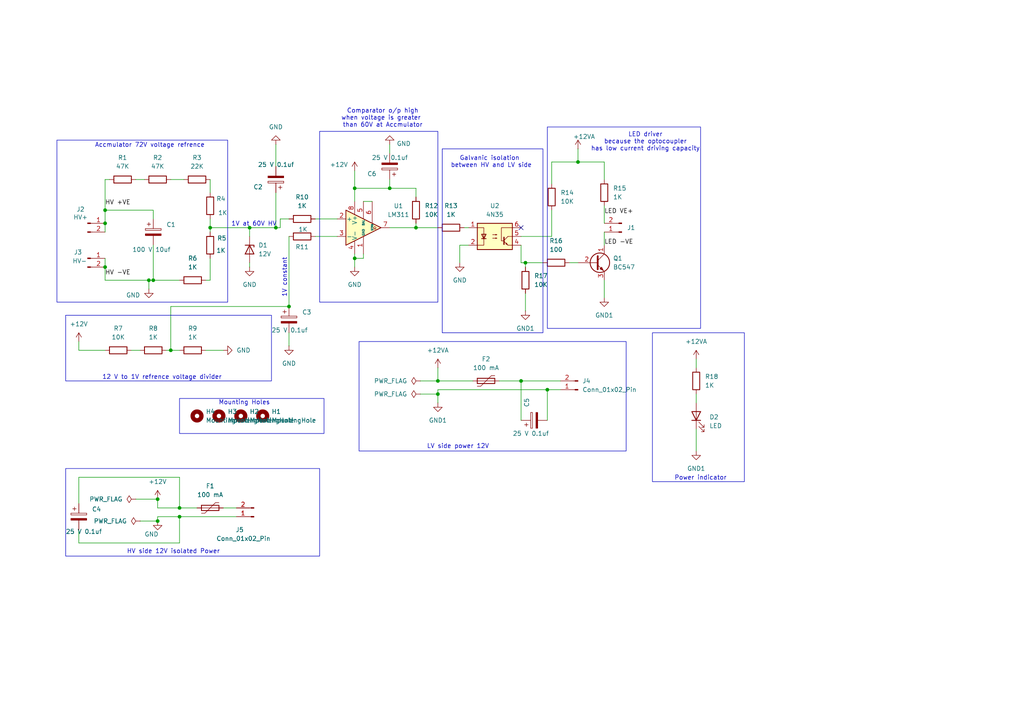
<source format=kicad_sch>
(kicad_sch (version 20231120) (generator "eeschema") (generator_version "8.0")
  (paper "A4")
  (lib_symbols
    (symbol "Comparator:LM311" (pin_names (offset 0.127))
      (property "Reference" "U" (at 3.81 6.35 0))
      (property "Value" "LM311" (at 3.81 3.81 0))
      (symbol "LM311_0_1"
        (polyline (pts (xy 5.08 0) (xy -5.08 5.08) (xy -5.08 -5.08) (xy 5.08 0)) (stroke (width 0.254)) (fill (type background)))
        (polyline (pts (xy 3.683 -0.381) (xy 3.302 -0.381) (xy 3.683 0) (xy 3.302 0.381) (xy 2.921 0) (xy 3.302 -0.381) (xy 2.921 -0.381)) (stroke (width 0.127)))
      )
      (symbol "LM311_1_1"
        (pin passive line (at 0 -7.62 90) (length 5.08) (name "GND") (number "1"))
        (pin input line (at -7.62 2.54 0) (length 2.54) (name "+") (number "2"))
        (pin input line (at -7.62 -2.54 0) (length 2.54) (name "-") (number "3"))
        (pin power_in line (at -2.54 -7.62 90) (length 3.81) (name "V-") (number "4"))
        (pin input line (at 0 7.62 270) (length 5.08) (name "BAL") (number "5"))
        (pin input line (at 2.54 7.62 270) (length 6.35) (name "STRB") (number "6"))
        (pin open_collector line (at 7.62 0 180) (length 2.54) (name "~") (number "7"))
        (pin power_in line (at -2.54 7.62 270) (length 3.81) (name "V+") (number "8"))
      )
    )
    (symbol "Connector:Conn_01x02_Pin" (pin_names (offset 1.016) hide)
      (property "Reference" "J" (at 0 2.54 0))
      (property "Value" "Conn_01x02_Pin" (at 0 -5.08 0))
      (symbol "Conn_01x02_Pin_1_1"
        (polyline (pts (xy 1.27 -2.54) (xy 0.8636 -2.54)) (stroke (width 0.1524)))
        (polyline (pts (xy 1.27 0) (xy 0.8636 0)) (stroke (width 0.1524)))
        (rectangle (start 0.8636 -2.413) (end 0 -2.667) (stroke (width 0.1524)) (fill (type outline)))
        (rectangle (start 0.8636 0.127) (end 0 -0.127) (stroke (width 0.1524)) (fill (type outline)))
        (pin passive line (at 5.08 0 180) (length 3.81) (name "Pin_1") (number "1"))
        (pin passive line (at 5.08 -2.54 180) (length 3.81) (name "Pin_2") (number "2"))
      )
    )
    (symbol "Device:C_Polarized" (pin_numbers hide) (pin_names (offset 0.254))
      (property "Reference" "C" (at 0.635 2.54 0))
      (property "Value" "C_Polarized" (at 0.635 -2.54 0))
      (symbol "C_Polarized_0_1"
        (rectangle (start -2.286 0.508) (end 2.286 1.016))
        (polyline (pts (xy -1.778 2.286) (xy -0.762 2.286)))
        (polyline (pts (xy -1.27 2.794) (xy -1.27 1.778)))
        (rectangle (start 2.286 -0.508) (end -2.286 -1.016) (fill (type outline)))
      )
      (symbol "C_Polarized_1_1"
        (pin passive line (at 0 3.81 270) (length 2.794) (name "~") (number "1"))
        (pin passive line (at 0 -3.81 90) (length 2.794) (name "~") (number "2"))
      )
    )
    (symbol "Device:D_Zener" (pin_numbers hide) (pin_names (offset 1.016) hide)
      (property "Reference" "D" (at 0 2.54 0))
      (property "Value" "D_Zener" (at 0 -2.54 0))
      (symbol "D_Zener_0_1"
        (polyline (pts (xy 1.27 0) (xy -1.27 0)))
        (polyline (pts (xy -1.27 -1.27) (xy -1.27 1.27) (xy -0.762 1.27)) (stroke (width 0.254)))
        (polyline (pts (xy 1.27 -1.27) (xy 1.27 1.27) (xy -1.27 0) (xy 1.27 -1.27)) (stroke (width 0.254)))
      )
      (symbol "D_Zener_1_1"
        (pin passive line (at -3.81 0 0) (length 2.54) (name "K") (number "1"))
        (pin passive line (at 3.81 0 180) (length 2.54) (name "A") (number "2"))
      )
    )
    (symbol "Device:LED" (pin_numbers hide) (pin_names (offset 1.016) hide)
      (property "Reference" "D" (at 0 2.54 0))
      (property "Value" "LED" (at 0 -2.54 0))
      (symbol "LED_0_1"
        (polyline (pts (xy -1.27 -1.27) (xy -1.27 1.27)) (stroke (width 0.254)))
        (polyline (pts (xy -1.27 0) (xy 1.27 0)))
        (polyline (pts (xy 1.27 -1.27) (xy 1.27 1.27) (xy -1.27 0) (xy 1.27 -1.27)) (stroke (width 0.254)))
        (polyline (pts (xy -3.048 -0.762) (xy -4.572 -2.286) (xy -3.81 -2.286) (xy -4.572 -2.286) (xy -4.572 -1.524)))
        (polyline (pts (xy -1.778 -0.762) (xy -3.302 -2.286) (xy -2.54 -2.286) (xy -3.302 -2.286) (xy -3.302 -1.524)))
      )
      (symbol "LED_1_1"
        (pin passive line (at -3.81 0 0) (length 2.54) (name "K") (number "1"))
        (pin passive line (at 3.81 0 180) (length 2.54) (name "A") (number "2"))
      )
    )
    (symbol "Device:Polyfuse" (pin_numbers hide) (pin_names (offset 0))
      (property "Reference" "F" (at -2.54 0 90))
      (property "Value" "Polyfuse" (at 2.54 0 90))
      (symbol "Polyfuse_0_1"
        (rectangle (start -0.762 2.54) (end 0.762 -2.54) (stroke (width 0.254)))
        (polyline (pts (xy 0 2.54) (xy 0 -2.54)))
        (polyline (pts (xy -1.524 2.54) (xy -1.524 1.524) (xy 1.524 -1.524) (xy 1.524 -2.54)))
      )
      (symbol "Polyfuse_1_1"
        (pin passive line (at 0 3.81 270) (length 1.27) (name "~") (number "1"))
        (pin passive line (at 0 -3.81 90) (length 1.27) (name "~") (number "2"))
      )
    )
    (symbol "Device:R" (pin_numbers hide) (pin_names (offset 0))
      (property "Reference" "R" (at 2.032 0 90))
      (property "Value" "R" (at 0 0 90))
      (symbol "R_0_1"
        (rectangle (start -1.016 -2.54) (end 1.016 2.54) (stroke (width 0.254)))
      )
      (symbol "R_1_1"
        (pin passive line (at 0 3.81 270) (length 1.27) (name "~") (number "1"))
        (pin passive line (at 0 -3.81 90) (length 1.27) (name "~") (number "2"))
      )
    )
    (symbol "Isolator:4N35" (pin_names (offset 1.016))
      (property "Reference" "U" (at -5.08 5.08 0))
      (property "Value" "4N35" (at 0 5.08 0))
      (symbol "4N35_0_1"
        (rectangle (start -5.08 3.81) (end 5.08 -3.81) (stroke (width 0.254)) (fill (type background)))
        (polyline (pts (xy -3.81 -0.635) (xy -2.54 -0.635)) (stroke (width 0.254)))
        (polyline (pts (xy 2.667 -1.397) (xy 3.81 -2.54)))
        (polyline (pts (xy 2.667 -1.143) (xy 3.81 0)))
        (polyline (pts (xy 3.81 -2.54) (xy 5.08 -2.54)))
        (polyline (pts (xy 3.81 0) (xy 5.08 0)))
        (polyline (pts (xy 2.667 -0.254) (xy 2.667 -2.286) (xy 2.667 -2.286)) (stroke (width 0.3556)))
        (polyline (pts (xy -5.08 -2.54) (xy -3.175 -2.54) (xy -3.175 2.54) (xy -5.08 2.54)))
        (polyline (pts (xy -3.175 -0.635) (xy -3.81 0.635) (xy -2.54 0.635) (xy -3.175 -0.635)) (stroke (width 0.254)))
        (polyline (pts (xy 3.683 -2.413) (xy 3.429 -1.905) (xy 3.175 -2.159) (xy 3.683 -2.413)))
        (polyline (pts (xy 5.08 2.54) (xy 1.905 2.54) (xy 1.905 -1.27) (xy 2.54 -1.27)))
        (polyline (pts (xy -0.635 -0.508) (xy 0.635 -0.508) (xy 0.254 -0.635) (xy 0.254 -0.381) (xy 0.635 -0.508)))
        (polyline (pts (xy -0.635 0.508) (xy 0.635 0.508) (xy 0.254 0.381) (xy 0.254 0.635) (xy 0.635 0.508)))
      )
      (symbol "4N35_1_1"
        (pin passive line (at -7.62 2.54 0) (length 2.54) (name "~") (number "1"))
        (pin passive line (at -7.62 -2.54 0) (length 2.54) (name "~") (number "2"))
        (pin no_connect line (at -5.08 0 0) (length 2.54) hide (name "NC") (number "3"))
        (pin passive line (at 7.62 -2.54 180) (length 2.54) (name "~") (number "4"))
        (pin passive line (at 7.62 0 180) (length 2.54) (name "~") (number "5"))
        (pin passive line (at 7.62 2.54 180) (length 2.54) (name "~") (number "6"))
      )
    )
    (symbol "Mechanical:MountingHole" (pin_names (offset 1.016)) (exclude_from_sim yes) (in_bom no)
      (property "Reference" "H" (at 0 5.08 0))
      (property "Value" "MountingHole" (at 0 3.175 0))
      (symbol "MountingHole_0_1"
        (circle (center 0 0) (radius 1.27) (stroke (width 1.27)))
      )
    )
    (symbol "Transistor_BJT:BC547" (pin_names (offset 0) hide)
      (property "Reference" "Q" (at 5.08 1.905 0))
      (property "Value" "BC547" (at 5.08 0 0))
      (symbol "BC547_0_1"
        (polyline (pts (xy 0 0) (xy 0.635 0)))
        (polyline (pts (xy 0.635 0.635) (xy 2.54 2.54)))
        (polyline (pts (xy 0.635 -0.635) (xy 2.54 -2.54) (xy 2.54 -2.54)))
        (polyline (pts (xy 0.635 1.905) (xy 0.635 -1.905) (xy 0.635 -1.905)) (stroke (width 0.508)))
        (polyline (pts (xy 1.27 -1.778) (xy 1.778 -1.27) (xy 2.286 -2.286) (xy 1.27 -1.778) (xy 1.27 -1.778)) (fill (type outline)))
        (circle (center 1.27 0) (radius 2.8194) (stroke (width 0.254)))
      )
      (symbol "BC547_1_1"
        (pin passive line (at 2.54 5.08 270) (length 2.54) (name "C") (number "1"))
        (pin input line (at -5.08 0 0) (length 5.08) (name "B") (number "2"))
        (pin passive line (at 2.54 -5.08 90) (length 2.54) (name "E") (number "3"))
      )
    )
    (symbol "power:+12V" (power) (pin_numbers hide) (pin_names (offset 0) hide)
      (property "Value" "+12V" (at 0 3.556 0))
      (symbol "+12V_0_1"
        (polyline (pts (xy -0.762 1.27) (xy 0 2.54)))
        (polyline (pts (xy 0 0) (xy 0 2.54)))
        (polyline (pts (xy 0 2.54) (xy 0.762 1.27)))
      )
      (symbol "+12V_1_1"
        (pin power_in line (at 0 0 90) (length 0) (name "~") (number "1"))
      )
    )
    (symbol "power:+12VA" (power) (pin_numbers hide) (pin_names (offset 0) hide)
      (property "Value" "+12VA" (at 0 3.556 0))
      (symbol "+12VA_0_1"
        (polyline (pts (xy -0.762 1.27) (xy 0 2.54)))
        (polyline (pts (xy 0 0) (xy 0 2.54)))
        (polyline (pts (xy 0 2.54) (xy 0.762 1.27)))
      )
      (symbol "+12VA_1_1"
        (pin power_in line (at 0 0 90) (length 0) (name "~") (number "1"))
      )
    )
    (symbol "power:GND" (power) (pin_numbers hide) (pin_names (offset 0) hide)
      (property "Value" "GND" (at 0 -3.81 0))
      (symbol "GND_0_1"
        (polyline (pts (xy 0 0) (xy 0 -1.27) (xy 1.27 -1.27) (xy 0 -2.54) (xy -1.27 -1.27) (xy 0 -1.27)))
      )
      (symbol "GND_1_1"
        (pin power_in line (at 0 0 270) (length 0) (name "~") (number "1"))
      )
    )
    (symbol "power:GND1" (power) (pin_numbers hide) (pin_names (offset 0) hide)
      (property "Value" "GND1" (at 0 -3.81 0))
      (symbol "GND1_0_1"
        (polyline (pts (xy 0 0) (xy 0 -1.27) (xy 1.27 -1.27) (xy 0 -2.54) (xy -1.27 -1.27) (xy 0 -1.27)))
      )
      (symbol "GND1_1_1"
        (pin power_in line (at 0 0 270) (length 0) (name "~") (number "1"))
      )
    )
    (symbol "power:PWR_FLAG" (power) (pin_numbers hide) (pin_names (offset 0) hide)
      (property "Value" "PWR_FLAG" (at 0 3.81 0))
      (symbol "PWR_FLAG_0_0"
        (pin power_out line (at 0 0 90) (length 0) (name "~") (number "1"))
      )
      (symbol "PWR_FLAG_0_1"
        (polyline (pts (xy 0 0) (xy 0 1.27) (xy -1.016 1.905) (xy 0 2.54) (xy 1.016 1.905) (xy 0 1.27)))
      )
    )
  )
  (junction (at 152.4 76.2))
  (junction (at 83.82 88.9))
  (junction (at 60.96 66.04))
  (junction (at 45.72 144.78))
  (junction (at 80.01 66.04))
  (junction (at 52.07 149.86))
  (junction (at 43.18 81.28))
  (junction (at 167.64 46.99))
  (junction (at 102.87 54.61))
  (junction (at 127 114.3))
  (junction (at 44.45 81.28))
  (junction (at 120.65 66.04))
  (junction (at 45.72 151.13))
  (junction (at 158.75 113.03))
  (junction (at 127 110.49))
  (junction (at 151.13 110.49))
  (junction (at 30.48 60.96))
  (junction (at 113.03 54.61))
  (junction (at 72.39 66.04))
  (junction (at 49.53 101.6))
  (junction (at 30.48 77.47))
  (junction (at 52.07 147.32))
  (junction (at 30.48 64.77))
  (junction (at 102.87 74.93))
  (no_connect (at 151.13 66.04))
  (wire (pts (xy 120.65 54.61) (xy 113.03 54.61)))
  (wire (pts (xy 43.18 81.28) (xy 43.18 83.82)))
  (wire (pts (xy 39.37 144.78) (xy 45.72 144.78)))
  (wire (pts (xy 91.44 63.5) (xy 97.79 63.5)))
  (wire (pts (xy 105.41 58.42) (xy 107.95 58.42)))
  (wire (pts (xy 158.75 113.03) (xy 158.75 121.92)))
  (wire (pts (xy 102.87 74.93) (xy 102.87 77.47)))
  (wire (pts (xy 167.64 43.18) (xy 167.64 46.99)))
  (wire (pts (xy 127 106.68) (xy 127 110.49)))
  (wire (pts (xy 105.41 73.66) (xy 105.41 74.93)))
  (wire (pts (xy 120.65 66.04) (xy 120.65 64.77)))
  (wire (pts (xy 152.4 76.2) (xy 157.48 76.2)))
  (wire (pts (xy 105.41 74.93) (xy 102.87 74.93)))
  (wire (pts (xy 121.92 114.3) (xy 127 114.3)))
  (wire (pts (xy 49.53 88.9) (xy 83.82 88.9)))
  (wire (pts (xy 175.26 46.99) (xy 175.26 52.07)))
  (wire (pts (xy 45.72 151.13) (xy 45.72 149.86)))
  (wire (pts (xy 152.4 85.09) (xy 152.4 90.17)))
  (wire (pts (xy 151.13 110.49) (xy 162.56 110.49)))
  (wire (pts (xy 60.96 52.07) (xy 60.96 55.88)))
  (wire (pts (xy 80.01 66.04) (xy 72.39 66.04)))
  (wire (pts (xy 49.53 101.6) (xy 52.07 101.6)))
  (wire (pts (xy 40.64 151.13) (xy 45.72 151.13)))
  (wire (pts (xy 44.45 71.12) (xy 44.45 81.28)))
  (wire (pts (xy 165.1 76.2) (xy 167.64 76.2)))
  (wire (pts (xy 43.18 81.28) (xy 30.48 81.28)))
  (wire (pts (xy 127 110.49) (xy 137.16 110.49)))
  (wire (pts (xy 113.03 52.07) (xy 113.03 54.61)))
  (wire (pts (xy 52.07 147.32) (xy 57.15 147.32)))
  (wire (pts (xy 49.53 101.6) (xy 49.53 88.9)))
  (wire (pts (xy 175.26 59.69) (xy 175.26 64.77)))
  (wire (pts (xy 45.72 149.86) (xy 52.07 149.86)))
  (wire (pts (xy 81.28 66.04) (xy 80.01 66.04)))
  (wire (pts (xy 83.82 96.52) (xy 83.82 100.33)))
  (wire (pts (xy 113.03 54.61) (xy 102.87 54.61)))
  (wire (pts (xy 151.13 71.12) (xy 151.13 76.2)))
  (wire (pts (xy 158.75 113.03) (xy 162.56 113.03)))
  (wire (pts (xy 59.69 101.6) (xy 64.77 101.6)))
  (wire (pts (xy 60.96 66.04) (xy 60.96 67.31)))
  (wire (pts (xy 113.03 41.91) (xy 113.03 44.45)))
  (wire (pts (xy 60.96 74.93) (xy 60.96 81.28)))
  (wire (pts (xy 120.65 57.15) (xy 120.65 54.61)))
  (wire (pts (xy 120.65 66.04) (xy 127 66.04)))
  (wire (pts (xy 49.53 52.07) (xy 53.34 52.07)))
  (wire (pts (xy 201.93 124.46) (xy 201.93 130.81)))
  (wire (pts (xy 60.96 63.5) (xy 60.96 66.04)))
  (wire (pts (xy 38.1 101.6) (xy 40.64 101.6)))
  (wire (pts (xy 30.48 64.77) (xy 30.48 67.31)))
  (wire (pts (xy 52.07 149.86) (xy 68.58 149.86)))
  (wire (pts (xy 134.62 66.04) (xy 135.89 66.04)))
  (wire (pts (xy 83.82 88.9) (xy 83.82 68.58)))
  (wire (pts (xy 160.02 46.99) (xy 167.64 46.99)))
  (wire (pts (xy 72.39 68.58) (xy 72.39 66.04)))
  (wire (pts (xy 30.48 52.07) (xy 30.48 60.96)))
  (wire (pts (xy 160.02 60.96) (xy 160.02 68.58)))
  (wire (pts (xy 45.72 144.78) (xy 45.72 147.32)))
  (wire (pts (xy 30.48 52.07) (xy 31.75 52.07)))
  (wire (pts (xy 152.4 76.2) (xy 152.4 77.47)))
  (wire (pts (xy 64.77 147.32) (xy 68.58 147.32)))
  (wire (pts (xy 22.86 157.48) (xy 52.07 157.48)))
  (wire (pts (xy 60.96 81.28) (xy 59.69 81.28)))
  (wire (pts (xy 80.01 41.91) (xy 80.01 48.26)))
  (wire (pts (xy 144.78 110.49) (xy 151.13 110.49)))
  (wire (pts (xy 22.86 138.43) (xy 52.07 138.43)))
  (wire (pts (xy 133.35 71.12) (xy 135.89 71.12)))
  (wire (pts (xy 30.48 64.77) (xy 30.48 60.96)))
  (wire (pts (xy 45.72 147.32) (xy 52.07 147.32)))
  (wire (pts (xy 102.87 73.66) (xy 102.87 74.93)))
  (wire (pts (xy 127 116.84) (xy 127 114.3)))
  (wire (pts (xy 81.28 63.5) (xy 81.28 66.04)))
  (wire (pts (xy 30.48 81.28) (xy 30.48 77.47)))
  (wire (pts (xy 22.86 157.48) (xy 22.86 153.67)))
  (wire (pts (xy 22.86 101.6) (xy 30.48 101.6)))
  (wire (pts (xy 201.93 104.14) (xy 201.93 106.68)))
  (wire (pts (xy 127 113.03) (xy 158.75 113.03)))
  (wire (pts (xy 121.92 110.49) (xy 127 110.49)))
  (wire (pts (xy 201.93 114.3) (xy 201.93 116.84)))
  (wire (pts (xy 102.87 49.53) (xy 102.87 54.61)))
  (wire (pts (xy 91.44 68.58) (xy 97.79 68.58)))
  (wire (pts (xy 167.64 46.99) (xy 175.26 46.99)))
  (wire (pts (xy 151.13 110.49) (xy 151.13 121.92)))
  (wire (pts (xy 44.45 81.28) (xy 43.18 81.28)))
  (wire (pts (xy 133.35 76.2) (xy 133.35 71.12)))
  (wire (pts (xy 83.82 63.5) (xy 81.28 63.5)))
  (wire (pts (xy 22.86 99.06) (xy 22.86 101.6)))
  (wire (pts (xy 52.07 81.28) (xy 44.45 81.28)))
  (wire (pts (xy 39.37 52.07) (xy 41.91 52.07)))
  (wire (pts (xy 102.87 54.61) (xy 102.87 58.42)))
  (wire (pts (xy 80.01 55.88) (xy 80.01 66.04)))
  (wire (pts (xy 48.26 101.6) (xy 49.53 101.6)))
  (wire (pts (xy 72.39 76.2) (xy 72.39 77.47)))
  (wire (pts (xy 160.02 68.58) (xy 151.13 68.58)))
  (wire (pts (xy 127 113.03) (xy 127 114.3)))
  (wire (pts (xy 22.86 138.43) (xy 22.86 146.05)))
  (wire (pts (xy 160.02 53.34) (xy 160.02 46.99)))
  (wire (pts (xy 175.26 67.31) (xy 175.26 71.12)))
  (wire (pts (xy 52.07 149.86) (xy 52.07 157.48)))
  (wire (pts (xy 30.48 60.96) (xy 44.45 60.96)))
  (wire (pts (xy 151.13 76.2) (xy 152.4 76.2)))
  (wire (pts (xy 113.03 66.04) (xy 120.65 66.04)))
  (wire (pts (xy 30.48 74.93) (xy 30.48 77.47)))
  (wire (pts (xy 44.45 60.96) (xy 44.45 63.5)))
  (wire (pts (xy 175.26 81.28) (xy 175.26 86.36)))
  (wire (pts (xy 72.39 66.04) (xy 60.96 66.04)))
  (wire (pts (xy 52.07 138.43) (xy 52.07 147.32)))
  (rectangle (start 19.05 135.89) (end 92.71 161.29))
  (rectangle (start 104.14 99.06) (end 181.61 130.81))
  (rectangle (start 158.75 36.83) (end 203.2 95.25))
  (rectangle (start 92.71 38.1) (end 127 87.63))
  (rectangle (start 128.27 43.18) (end 157.48 96.52))
  (rectangle (start 16.51 40.64) (end 66.04 87.63))
  (rectangle (start 189.23 96.52) (end 215.9 139.7))
  (rectangle (start 19.05 91.44) (end 78.74 110.49))
  (rectangle (start 52.07 115.57) (end 93.98 125.73))
  (text "12 V to 1V refrence voltage divider" (at 46.99 109.474 0) (effects (font (size 1.27 1.27))))
  (text "1V at 60V HV\n" (at 73.66 65.024 0) (effects (font (size 1.27 1.27))))
  (text "Power indicator\n" (at 203.2 138.684 0) (effects (font (size 1.27 1.27))))
  (text "Galvanic isolation \nbetween HV and LV side" (at 142.494 46.99 0) (effects (font (size 1.27 1.27))))
  (text "Comparator o/p high\nwhen voltage is greater \nthan 60V at Accmulator\n" (at 110.998 34.29 0) (effects (font (size 1.27 1.27))))
  (text "Accmulator 72V voltage refrence \n" (at 43.942 42.164 0) (effects (font (size 1.27 1.27))))
  (text "1V constant" (at 82.55 80.518 90) (effects (font (size 1.27 1.27))))
  (text "LV side power 12V\n\n" (at 132.842 130.556 0) (effects (font (size 1.27 1.27))))
  (text "Mounting Holes" (at 70.866 116.84 0) (effects (font (size 1.27 1.27))))
  (text "HV side 12V isolated Power" (at 50.292 160.02 0) (effects (font (size 1.27 1.27))))
  (text "LED driver\nbecause the optocoupler\nhas low current driving capacity" (at 187.198 41.148 0) (effects (font (size 1.27 1.27))))
  (label "LED VE+" (at 175.26 62.23 0))
  (label "LED -VE" (at 175.26 71.12 0))
  (label "HV -VE" (at 30.48 80.01 0))
  (label "HV +VE" (at 30.48 59.69 0))
  (symbol (lib_id "Device:C_Polarized") (at 83.82 92.71 0) (unit 1)
    (property "Reference" "C3" (at 87.63 90.5509 0) (effects (justify left)))
    (property "Value" "25 V 0.1uf" (at 78.74 95.758 0) (effects (justify left)))
    (property "Footprint" "Capacitor_THT:CP_Radial_D8.0mm_P5.00mm" (effects (hide yes)))
    (property "Description" "Polarized capacitor" (effects (hide yes)))
  )
  (symbol (lib_id "power:GND") (at 133.35 76.2 0) (unit 1)
    (property "Reference" "#PWR07" (effects (hide yes)))
    (property "Value" "GND" (at 133.35 81.28 0))
    (property "Description" "Power symbol creates a global label with name \"GND\" , ground" (effects (hide yes)))
  )
  (symbol (lib_id "Device:R") (at 130.81 66.04 90) (unit 1)
    (property "Reference" "R13" (at 130.81 59.69 90))
    (property "Value" "1K" (at 130.81 62.23 90))
    (property "Footprint" "Resistor_THT:R_Axial_DIN0204_L3.6mm_D1.6mm_P7.62mm_Horizontal" (effects (hide yes)))
    (property "Description" "Resistor" (effects (hide yes)))
  )
  (symbol (lib_id "power:PWR_FLAG") (at 121.92 110.49 90) (unit 1)
    (property "Reference" "#FLG03" (effects (hide yes)))
    (property "Value" "PWR_FLAG" (at 118.11 110.4899 90) (effects (justify left)))
    (property "Description" "Special symbol for telling ERC where power comes from" (effects (hide yes)))
  )
  (symbol (lib_id "Transistor_BJT:BC547") (at 172.72 76.2 0) (unit 1)
    (property "Reference" "Q1" (at 177.8 74.9299 0) (effects (justify left)))
    (property "Value" "BC547" (at 177.8 77.4699 0) (effects (justify left)))
    (property "Footprint" "Package_TO_SOT_THT:TO-92_Inline" (effects (hide yes)))
    (property "Datasheet" "https://www.onsemi.com/pub/Collateral/BC550-D.pdf" (effects (hide yes)))
    (property "Description" "0.1A Ic, 45V Vce, Small Signal NPN Transistor, TO-92" (effects (hide yes)))
  )
  (symbol (lib_id "power:GND") (at 83.82 100.33 0) (unit 1)
    (property "Reference" "#PWR018" (effects (hide yes)))
    (property "Value" "GND" (at 83.82 105.41 0))
    (property "Description" "Power symbol creates a global label with name \"GND\" , ground" (effects (hide yes)))
  )
  (symbol (lib_id "power:GND") (at 64.77 101.6 90) (unit 1)
    (property "Reference" "#PWR03" (effects (hide yes)))
    (property "Value" "GND" (at 68.58 101.5999 90) (effects (justify right)))
    (property "Description" "Power symbol creates a global label with name \"GND\" , ground" (effects (hide yes)))
  )
  (symbol (lib_id "Device:D_Zener") (at 72.39 72.39 270) (unit 1)
    (property "Reference" "D1" (at 74.93 71.1199 90) (effects (justify left)))
    (property "Value" "12V" (at 74.93 73.6599 90) (effects (justify left)))
    (property "Footprint" "Diode_THT:D_A-405_P10.16mm_Horizontal" (effects (hide yes)))
    (property "Description" "Zener diode" (effects (hide yes)))
  )
  (symbol (lib_id "Device:LED") (at 201.93 120.65 90) (unit 1)
    (property "Reference" "D2" (at 205.74 120.9674 90) (effects (justify right)))
    (property "Value" "LED" (at 205.74 123.5074 90) (effects (justify right)))
    (property "Footprint" "LED_THT:LED_D5.0mm" (effects (hide yes)))
    (property "Description" "Light emitting diode" (effects (hide yes)))
  )
  (symbol (lib_id "Device:R") (at 57.15 52.07 90) (unit 1)
    (property "Reference" "R3" (at 57.15 45.72 90))
    (property "Value" "22K" (at 57.15 48.26 90))
    (property "Footprint" "Resistor_THT:R_Axial_DIN0204_L3.6mm_D1.6mm_P7.62mm_Horizontal" (effects (hide yes)))
    (property "Description" "Resistor" (effects (hide yes)))
  )
  (symbol (lib_id "Device:R") (at 161.29 76.2 90) (unit 1)
    (property "Reference" "R16" (at 161.29 69.85 90))
    (property "Value" "100" (at 161.29 72.39 90))
    (property "Footprint" "Resistor_THT:R_Axial_DIN0204_L3.6mm_D1.6mm_P7.62mm_Horizontal" (effects (hide yes)))
    (property "Description" "Resistor" (effects (hide yes)))
  )
  (symbol (lib_id "Device:C_Polarized") (at 154.94 121.92 90) (unit 1)
    (property "Reference" "C5" (at 152.7809 118.11 0) (effects (justify left)))
    (property "Value" "25 V 0.1uf" (at 159.258 125.73 90) (effects (justify left)))
    (property "Footprint" "Capacitor_THT:CP_Radial_D8.0mm_P5.00mm" (effects (hide yes)))
    (property "Description" "Polarized capacitor" (effects (hide yes)))
  )
  (symbol (lib_id "Device:R") (at 35.56 52.07 90) (unit 1)
    (property "Reference" "R1" (at 35.56 45.72 90))
    (property "Value" "47K" (at 35.56 48.26 90))
    (property "Footprint" "Resistor_THT:R_Axial_DIN0204_L3.6mm_D1.6mm_P7.62mm_Horizontal" (effects (hide yes)))
    (property "Description" "Resistor" (effects (hide yes)))
  )
  (symbol (lib_id "Device:R") (at 120.65 60.96 0) (unit 1)
    (property "Reference" "R12" (at 123.19 59.6899 0) (effects (justify left)))
    (property "Value" "10K" (at 123.19 62.2299 0) (effects (justify left)))
    (property "Footprint" "Resistor_THT:R_Axial_DIN0204_L3.6mm_D1.6mm_P7.62mm_Horizontal" (effects (hide yes)))
    (property "Description" "Resistor" (effects (hide yes)))
  )
  (symbol (lib_id "Device:R") (at 87.63 63.5 270) (unit 1)
    (property "Reference" "R10" (at 87.63 57.15 90))
    (property "Value" "1K" (at 87.63 59.69 90))
    (property "Footprint" "Resistor_THT:R_Axial_DIN0204_L3.6mm_D1.6mm_P7.62mm_Horizontal" (effects (hide yes)))
    (property "Description" "Resistor" (effects (hide yes)))
  )
  (symbol (lib_id "power:GND1") (at 127 116.84 0) (unit 1)
    (property "Reference" "#PWR014" (effects (hide yes)))
    (property "Value" "GND1" (at 127 121.92 0))
    (property "Description" "Power symbol creates a global label with name \"GND1\" , ground" (effects (hide yes)))
  )
  (symbol (lib_id "Mechanical:MountingHole") (at 63.5 120.65 0) (unit 1) (exclude_from_sim yes) (in_bom no)
    (property "Reference" "H3" (at 66.04 119.3799 0) (effects (justify left)))
    (property "Value" "MountingHole" (at 66.04 121.9199 0) (effects (justify left)))
    (property "Footprint" "MountingHole:MountingHole_4.3mm_M4" (effects (hide yes)))
    (property "Description" "Mounting Hole without connection" (effects (hide yes)))
  )
  (symbol (lib_id "power:+12V") (at 102.87 49.53 0) (unit 1)
    (property "Reference" "#PWR05" (effects (hide yes)))
    (property "Value" "+12V" (at 98.298 47.752 0))
    (property "Description" "Power symbol creates a global label with name \"+12V\"" (effects (hide yes)))
  )
  (symbol (lib_id "power:GND") (at 102.87 77.47 0) (unit 1)
    (property "Reference" "#PWR06" (effects (hide yes)))
    (property "Value" "GND" (at 102.87 82.55 0))
    (property "Description" "Power symbol creates a global label with name \"GND\" , ground" (effects (hide yes)))
  )
  (symbol (lib_id "Device:R") (at 201.93 110.49 0) (unit 1)
    (property "Reference" "R18" (at 204.47 109.2199 0) (effects (justify left)))
    (property "Value" "1K" (at 204.47 111.7599 0) (effects (justify left)))
    (property "Footprint" "Resistor_THT:R_Axial_DIN0204_L3.6mm_D1.6mm_P7.62mm_Horizontal" (effects (hide yes)))
    (property "Description" "Resistor" (effects (hide yes)))
  )
  (symbol (lib_id "power:GND") (at 113.03 41.91 180) (unit 1)
    (property "Reference" "#PWR019" (effects (hide yes)))
    (property "Value" "GND" (at 117.094 41.656 0))
    (property "Description" "Power symbol creates a global label with name \"GND\" , ground" (effects (hide yes)))
  )
  (symbol (lib_id "Device:R") (at 60.96 59.69 180) (unit 1)
    (property "Reference" "R4" (at 62.738 57.658 0) (effects (justify right)))
    (property "Value" "1K" (at 63.246 61.722 0) (effects (justify right)))
    (property "Footprint" "Resistor_THT:R_Axial_DIN0204_L3.6mm_D1.6mm_P7.62mm_Horizontal" (effects (hide yes)))
    (property "Description" "Resistor" (effects (hide yes)))
  )
  (symbol (lib_id "Device:R") (at 152.4 81.28 0) (unit 1)
    (property "Reference" "R17" (at 154.94 80.0099 0) (effects (justify left)))
    (property "Value" "10K" (at 154.94 82.5499 0) (effects (justify left)))
    (property "Footprint" "Resistor_THT:R_Axial_DIN0204_L3.6mm_D1.6mm_P7.62mm_Horizontal" (effects (hide yes)))
    (property "Description" "Resistor" (effects (hide yes)))
  )
  (symbol (lib_id "Connector:Conn_01x02_Pin") (at 73.66 149.86 180) (unit 1)
    (property "Reference" "J5" (at 68.326 153.67 0) (effects (justify right)))
    (property "Value" "Conn_01x02_Pin" (at 62.738 156.21 0) (effects (justify right)))
    (property "Footprint" "TerminalBlock_Phoenix:TerminalBlock_Phoenix_MKDS-1,5-2-5.08_1x02_P5.08mm_Horizontal" (effects (hide yes)))
    (property "Description" "Generic connector, single row, 01x02, script generated" (effects (hide yes)))
  )
  (symbol (lib_id "power:GND") (at 72.39 77.47 0) (unit 1)
    (property "Reference" "#PWR04" (effects (hide yes)))
    (property "Value" "GND" (at 72.39 82.55 0))
    (property "Description" "Power symbol creates a global label with name \"GND\" , ground" (effects (hide yes)))
  )
  (symbol (lib_id "power:+12VA") (at 201.93 104.14 0) (unit 1)
    (property "Reference" "#PWR015" (effects (hide yes)))
    (property "Value" "+12VA" (at 201.93 99.06 0))
    (property "Description" "Power symbol creates a global label with name \"+12VA\"" (effects (hide yes)))
  )
  (symbol (lib_id "Device:Polyfuse") (at 60.96 147.32 90) (unit 1)
    (property "Reference" "F1" (at 60.96 140.97 90))
    (property "Value" "100 mA" (at 60.96 143.51 90))
    (property "Footprint" "Fuse:Fuse_BelFuse_0ZRE0008FF_L8.3mm_W3.8mm" (effects (hide yes)))
    (property "Description" "Resettable fuse, polymeric positive temperature coefficient" (effects (hide yes)))
  )
  (symbol (lib_id "Connector:Conn_01x02_Pin") (at 180.34 67.31 180) (unit 1)
    (property "Reference" "J1" (at 181.864 66.04 0) (effects (justify right)))
    (property "Value" "Conn_01x02_Pin" (effects (hide yes)))
    (property "Footprint" "TerminalBlock_Phoenix:TerminalBlock_Phoenix_MKDS-1,5-2-5.08_1x02_P5.08mm_Horizontal" (effects (hide yes)))
    (property "Description" "Generic connector, single row, 01x02, script generated" (effects (hide yes)))
  )
  (symbol (lib_id "power:GND") (at 80.01 41.91 180) (unit 1)
    (property "Reference" "#PWR017" (effects (hide yes)))
    (property "Value" "GND" (at 80.01 36.83 0))
    (property "Description" "Power symbol creates a global label with name \"GND\" , ground" (effects (hide yes)))
  )
  (symbol (lib_id "power:PWR_FLAG") (at 39.37 144.78 90) (unit 1)
    (property "Reference" "#FLG01" (effects (hide yes)))
    (property "Value" "PWR_FLAG" (at 35.56 144.7799 90) (effects (justify left)))
    (property "Description" "Special symbol for telling ERC where power comes from" (effects (hide yes)))
  )
  (symbol (lib_id "Mechanical:MountingHole") (at 76.2 120.65 0) (unit 1) (exclude_from_sim yes) (in_bom no)
    (property "Reference" "H1" (at 78.74 119.3799 0) (effects (justify left)))
    (property "Value" "MountingHole" (at 78.74 121.9199 0) (effects (justify left)))
    (property "Footprint" "MountingHole:MountingHole_4.3mm_M4" (effects (hide yes)))
    (property "Description" "Mounting Hole without connection" (effects (hide yes)))
  )
  (symbol (lib_id "Device:R") (at 87.63 68.58 270) (unit 1)
    (property "Reference" "R11" (at 87.63 71.628 90))
    (property "Value" "1K" (at 87.884 66.548 90))
    (property "Footprint" "Resistor_THT:R_Axial_DIN0204_L3.6mm_D1.6mm_P7.62mm_Horizontal" (effects (hide yes)))
    (property "Description" "Resistor" (effects (hide yes)))
  )
  (symbol (lib_id "Device:R") (at 60.96 71.12 180) (unit 1)
    (property "Reference" "R5" (at 62.992 69.088 0) (effects (justify right)))
    (property "Value" "1K" (at 62.738 72.644 0) (effects (justify right)))
    (property "Footprint" "Resistor_THT:R_Axial_DIN0204_L3.6mm_D1.6mm_P7.62mm_Horizontal" (effects (hide yes)))
    (property "Description" "Resistor" (effects (hide yes)))
  )
  (symbol (lib_id "Device:Polyfuse") (at 140.97 110.49 90) (unit 1)
    (property "Reference" "F2" (at 140.97 104.14 90))
    (property "Value" "100 mA" (at 140.97 106.68 90))
    (property "Footprint" "Fuse:Fuse_BelFuse_0ZRE0008FF_L8.3mm_W3.8mm" (effects (hide yes)))
    (property "Description" "Resettable fuse, polymeric positive temperature coefficient" (effects (hide yes)))
  )
  (symbol (lib_id "Device:R") (at 160.02 57.15 0) (unit 1)
    (property "Reference" "R14" (at 162.56 55.8799 0) (effects (justify left)))
    (property "Value" "10K" (at 162.56 58.4199 0) (effects (justify left)))
    (property "Footprint" "Resistor_THT:R_Axial_DIN0204_L3.6mm_D1.6mm_P7.62mm_Horizontal" (effects (hide yes)))
    (property "Description" "Resistor" (effects (hide yes)))
  )
  (symbol (lib_id "power:GND1") (at 152.4 90.17 0) (unit 1)
    (property "Reference" "#PWR08" (effects (hide yes)))
    (property "Value" "GND1" (at 152.4 95.25 0))
    (property "Description" "Power symbol creates a global label with name \"GND1\" , ground" (effects (hide yes)))
  )
  (symbol (lib_id "Device:R") (at 55.88 101.6 270) (unit 1)
    (property "Reference" "R9" (at 55.88 95.25 90))
    (property "Value" "1K" (at 55.88 97.79 90))
    (property "Footprint" "Resistor_THT:R_Axial_DIN0204_L3.6mm_D1.6mm_P7.62mm_Horizontal" (effects (hide yes)))
    (property "Description" "Resistor" (effects (hide yes)))
  )
  (symbol (lib_id "Connector:Conn_01x02_Pin") (at 25.4 74.93 0) (unit 1)
    (property "Reference" "J3" (at 22.606 73.152 0))
    (property "Value" "HV-" (at 23.114 75.692 0))
    (property "Footprint" "TerminalBlock_Phoenix:TerminalBlock_Phoenix_MKDS-1,5-2-5.08_1x02_P5.08mm_Horizontal" (effects (hide yes)))
    (property "Description" "Generic connector, single row, 01x02, script generated" (effects (hide yes)))
  )
  (symbol (lib_id "Device:R") (at 44.45 101.6 270) (unit 1)
    (property "Reference" "R8" (at 44.45 95.25 90))
    (property "Value" "1K" (at 44.45 97.79 90))
    (property "Footprint" "Resistor_THT:R_Axial_DIN0204_L3.6mm_D1.6mm_P7.62mm_Horizontal" (effects (hide yes)))
    (property "Description" "Resistor" (effects (hide yes)))
  )
  (symbol (lib_id "power:+12V") (at 45.72 144.78 0) (unit 1)
    (property "Reference" "#PWR011" (effects (hide yes)))
    (property "Value" "+12V" (at 45.72 139.7 0))
    (property "Description" "Power symbol creates a global label with name \"+12V\"" (effects (hide yes)))
  )
  (symbol (lib_id "Mechanical:MountingHole") (at 69.85 120.65 0) (unit 1) (exclude_from_sim yes) (in_bom no)
    (property "Reference" "H2" (at 72.39 119.3799 0) (effects (justify left)))
    (property "Value" "MountingHole" (at 72.39 121.9199 0) (effects (justify left)))
    (property "Footprint" "MountingHole:MountingHole_4.3mm_M4" (effects (hide yes)))
    (property "Description" "Mounting Hole without connection" (effects (hide yes)))
  )
  (symbol (lib_id "power:GND") (at 45.72 151.13 0) (unit 1)
    (property "Reference" "#PWR012" (effects (hide yes)))
    (property "Value" "GND" (at 43.942 154.94 0))
    (property "Description" "Power symbol creates a global label with name \"GND\" , ground" (effects (hide yes)))
  )
  (symbol (lib_id "Comparator:LM311") (at 105.41 66.04 0) (unit 1)
    (property "Reference" "U1" (at 115.57 59.7214 0))
    (property "Value" "LM311" (at 115.57 62.2614 0))
    (property "Footprint" "Package_DIP:CERDIP-8_W7.62mm_SideBrazed_LongPads" (effects (hide yes)))
    (property "Datasheet" "https://www.st.com/resource/en/datasheet/lm311.pdf" (effects (hide yes)))
    (property "Description" "Voltage Comparator, DIP-8/SOIC-8" (effects (hide yes)))
  )
  (symbol (lib_id "power:+12VA") (at 167.64 43.18 0) (unit 1)
    (property "Reference" "#PWR09" (effects (hide yes)))
    (property "Value" "+12VA" (at 169.418 39.624 0))
    (property "Description" "Power symbol creates a global label with name \"+12VA\"" (effects (hide yes)))
  )
  (symbol (lib_id "Device:R") (at 45.72 52.07 90) (unit 1)
    (property "Reference" "R2" (at 45.72 45.72 90))
    (property "Value" "47K" (at 45.72 48.26 90))
    (property "Footprint" "Resistor_THT:R_Axial_DIN0204_L3.6mm_D1.6mm_P7.62mm_Horizontal" (effects (hide yes)))
    (property "Description" "Resistor" (effects (hide yes)))
  )
  (symbol (lib_id "Connector:Conn_01x02_Pin") (at 25.4 64.77 0) (unit 1)
    (property "Reference" "J2" (at 23.368 60.706 0))
    (property "Value" "HV+" (at 23.368 62.992 0))
    (property "Footprint" "TerminalBlock_Phoenix:TerminalBlock_Phoenix_MKDS-1,5-2-5.08_1x02_P5.08mm_Horizontal" (effects (hide yes)))
    (property "Description" "Generic connector, single row, 01x02, script generated" (effects (hide yes)))
  )
  (symbol (lib_id "Isolator:4N35") (at 143.51 68.58 0) (unit 1)
    (property "Reference" "U2" (at 143.51 59.69 0))
    (property "Value" "4N35" (at 143.51 62.23 0))
    (property "Footprint" "Package_DIP:DIP-6_W7.62mm" (effects (hide yes)))
    (property "Datasheet" "https://www.vishay.com/docs/81181/4n35.pdf" (effects (hide yes)))
    (property "Description" "Optocoupler, Phototransistor Output, with Base Connection, Vce 70V, CTR 100%, Viso 5000V, DIP6" (effects (hide yes)))
  )
  (symbol (lib_id "Connector:Conn_01x02_Pin") (at 167.64 113.03 180) (unit 1)
    (property "Reference" "J4" (at 168.91 110.4899 0) (effects (justify right)))
    (property "Value" "Conn_01x02_Pin" (at 168.91 113.0299 0) (effects (justify right)))
    (property "Footprint" "TerminalBlock_Phoenix:TerminalBlock_Phoenix_MKDS-1,5-2-5.08_1x02_P5.08mm_Horizontal" (effects (hide yes)))
    (property "Description" "Generic connector, single row, 01x02, script generated" (effects (hide yes)))
  )
  (symbol (lib_id "Device:C_Polarized") (at 113.03 48.26 180) (unit 1)
    (property "Reference" "C6" (at 109.22 50.4191 0) (effects (justify left)))
    (property "Value" "25 V 0.1uf" (at 118.364 45.72 0) (effects (justify left)))
    (property "Footprint" "Capacitor_THT:CP_Radial_D8.0mm_P5.00mm" (effects (hide yes)))
    (property "Description" "Polarized capacitor" (effects (hide yes)))
  )
  (symbol (lib_id "Mechanical:MountingHole") (at 57.15 120.65 0) (unit 1) (exclude_from_sim yes) (in_bom no)
    (property "Reference" "H4" (at 59.69 119.3799 0) (effects (justify left)))
    (property "Value" "MountingHole" (at 59.69 121.9199 0) (effects (justify left)))
    (property "Footprint" "MountingHole:MountingHole_4.3mm_M4" (effects (hide yes)))
    (property "Description" "Mounting Hole without connection" (effects (hide yes)))
  )
  (symbol (lib_id "power:GND1") (at 201.93 130.81 0) (unit 1)
    (property "Reference" "#PWR016" (effects (hide yes)))
    (property "Value" "GND1" (at 201.93 135.89 0))
    (property "Description" "Power symbol creates a global label with name \"GND1\" , ground" (effects (hide yes)))
  )
  (symbol (lib_id "Device:C_Polarized") (at 44.45 67.31 0) (unit 1)
    (property "Reference" "C1" (at 48.26 65.1509 0) (effects (justify left)))
    (property "Value" "100 V 10uf" (at 38.354 72.39 0) (effects (justify left)))
    (property "Footprint" "Capacitor_THT:CP_Radial_D8.0mm_P5.00mm" (effects (hide yes)))
    (property "Description" "Polarized capacitor" (effects (hide yes)))
  )
  (symbol (lib_id "Device:C_Polarized") (at 22.86 149.86 0) (unit 1)
    (property "Reference" "C4" (at 26.67 147.7009 0) (effects (justify left)))
    (property "Value" "25 V 0.1uf" (at 19.05 154.178 0) (effects (justify left)))
    (property "Footprint" "Capacitor_THT:CP_Radial_D8.0mm_P5.00mm" (effects (hide yes)))
    (property "Description" "Polarized capacitor" (effects (hide yes)))
  )
  (symbol (lib_id "Device:R") (at 175.26 55.88 0) (unit 1)
    (property "Reference" "R15" (at 177.8 54.6099 0) (effects (justify left)))
    (property "Value" "1K" (at 177.8 57.1499 0) (effects (justify left)))
    (property "Footprint" "Resistor_THT:R_Axial_DIN0204_L3.6mm_D1.6mm_P7.62mm_Horizontal" (effects (hide yes)))
    (property "Description" "Resistor" (effects (hide yes)))
  )
  (symbol (lib_id "Device:C_Polarized") (at 80.01 52.07 180) (unit 1)
    (property "Reference" "C2" (at 76.2 54.2291 0) (effects (justify left)))
    (property "Value" "25 V 0.1uf" (at 85.344 47.752 0) (effects (justify left)))
    (property "Footprint" "Capacitor_THT:CP_Radial_D8.0mm_P5.00mm" (effects (hide yes)))
    (property "Description" "Polarized capacitor" (effects (hide yes)))
  )
  (symbol (lib_id "Device:R") (at 55.88 81.28 270) (unit 1)
    (property "Reference" "R6" (at 55.88 74.93 90))
    (property "Value" "1K" (at 55.88 77.47 90))
    (property "Footprint" "Resistor_THT:R_Axial_DIN0204_L3.6mm_D1.6mm_P7.62mm_Horizontal" (effects (hide yes)))
    (property "Description" "Resistor" (effects (hide yes)))
  )
  (symbol (lib_id "power:PWR_FLAG") (at 121.92 114.3 90) (unit 1)
    (property "Reference" "#FLG04" (effects (hide yes)))
    (property "Value" "PWR_FLAG" (at 118.11 114.2999 90) (effects (justify left)))
    (property "Description" "Special symbol for telling ERC where power comes from" (effects (hide yes)))
  )
  (symbol (lib_id "power:GND") (at 43.18 83.82 0) (unit 1)
    (property "Reference" "#PWR01" (effects (hide yes)))
    (property "Value" "GND" (at 38.608 85.598 0))
    (property "Description" "Power symbol creates a global label with name \"GND\" , ground" (effects (hide yes)))
  )
  (symbol (lib_id "power:+12V") (at 22.86 99.06 0) (unit 1)
    (property "Reference" "#PWR02" (effects (hide yes)))
    (property "Value" "+12V" (at 22.86 93.98 0))
    (property "Description" "Power symbol creates a global label with name \"+12V\"" (effects (hide yes)))
  )
  (symbol (lib_id "power:PWR_FLAG") (at 40.64 151.13 90) (unit 1)
    (property "Reference" "#FLG02" (effects (hide yes)))
    (property "Value" "PWR_FLAG" (at 36.83 151.1299 90) (effects (justify left)))
    (property "Description" "Special symbol for telling ERC where power comes from" (effects (hide yes)))
  )
  (symbol (lib_id "power:+12VA") (at 127 106.68 0) (unit 1)
    (property "Reference" "#PWR013" (effects (hide yes)))
    (property "Value" "+12VA" (at 127 101.6 0))
    (property "Description" "Power symbol creates a global label with name \"+12VA\"" (effects (hide yes)))
  )
  (symbol (lib_id "power:GND1") (at 175.26 86.36 0) (unit 1)
    (property "Reference" "#PWR010" (effects (hide yes)))
    (property "Value" "GND1" (at 175.26 91.44 0))
    (property "Description" "Power symbol creates a global label with name \"GND1\" , ground" (effects (hide yes)))
  )
  (symbol (lib_id "Device:R") (at 34.29 101.6 270) (unit 1)
    (property "Reference" "R7" (at 34.29 95.25 90))
    (property "Value" "10K" (at 34.29 97.79 90))
    (property "Footprint" "Resistor_THT:R_Axial_DIN0204_L3.6mm_D1.6mm_P7.62mm_Horizontal" (effects (hide yes)))
    (property "Description" "Resistor" (effects (hide yes)))
  )
)
</source>
